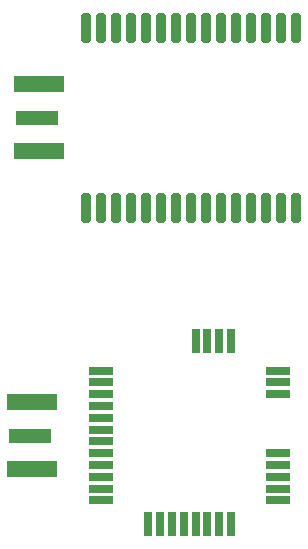
<source format=gbr>
%TF.GenerationSoftware,KiCad,Pcbnew,8.0.2*%
%TF.CreationDate,2025-09-09T09:28:48+02:00*%
%TF.ProjectId,e77,6537372e-6b69-4636-9164-5f7063625858,rev?*%
%TF.SameCoordinates,Original*%
%TF.FileFunction,Paste,Bot*%
%TF.FilePolarity,Positive*%
%FSLAX46Y46*%
G04 Gerber Fmt 4.6, Leading zero omitted, Abs format (unit mm)*
G04 Created by KiCad (PCBNEW 8.0.2) date 2025-09-09 09:28:48*
%MOMM*%
%LPD*%
G01*
G04 APERTURE LIST*
G04 Aperture macros list*
%AMRoundRect*
0 Rectangle with rounded corners*
0 $1 Rounding radius*
0 $2 $3 $4 $5 $6 $7 $8 $9 X,Y pos of 4 corners*
0 Add a 4 corners polygon primitive as box body*
4,1,4,$2,$3,$4,$5,$6,$7,$8,$9,$2,$3,0*
0 Add four circle primitives for the rounded corners*
1,1,$1+$1,$2,$3*
1,1,$1+$1,$4,$5*
1,1,$1+$1,$6,$7*
1,1,$1+$1,$8,$9*
0 Add four rect primitives between the rounded corners*
20,1,$1+$1,$2,$3,$4,$5,0*
20,1,$1+$1,$4,$5,$6,$7,0*
20,1,$1+$1,$6,$7,$8,$9,0*
20,1,$1+$1,$8,$9,$2,$3,0*%
G04 Aperture macros list end*
%ADD10R,2.000000X0.700000*%
%ADD11R,0.700000X2.000000*%
%ADD12R,3.600000X1.270000*%
%ADD13R,4.200000X1.350000*%
%ADD14RoundRect,0.200000X0.200000X-1.050000X0.200000X1.050000X-0.200000X1.050000X-0.200000X-1.050000X0*%
G04 APERTURE END LIST*
D10*
%TO.C,U4*%
X114500000Y-111000000D03*
X114500000Y-110000000D03*
X114500000Y-109000000D03*
X114500000Y-108000000D03*
X114500000Y-107000000D03*
X114500000Y-106000000D03*
X114500000Y-105000000D03*
X114500000Y-104000000D03*
X114500000Y-103000000D03*
X114500000Y-102000000D03*
X114500000Y-101000000D03*
X114500000Y-100000000D03*
D11*
X122500000Y-97500000D03*
X123500000Y-97500000D03*
X124500000Y-97500000D03*
X125500000Y-97500000D03*
D10*
X129500000Y-100000000D03*
X129500000Y-101000000D03*
X129500000Y-102000000D03*
X129500000Y-107000000D03*
X129500000Y-108000000D03*
X129500000Y-109000000D03*
X129500000Y-110000000D03*
X129500000Y-111000000D03*
D11*
X125500000Y-113000000D03*
X124500000Y-113000000D03*
X123500000Y-113000000D03*
X122500000Y-113000000D03*
X121500000Y-113000000D03*
X120500000Y-113000000D03*
X119500000Y-113000000D03*
X118500000Y-113000000D03*
%TD*%
D12*
%TO.C,AE2*%
X108462500Y-105500000D03*
D13*
X108662500Y-108325000D03*
X108662500Y-102675000D03*
%TD*%
D12*
%TO.C,AE1*%
X109073600Y-78597000D03*
D13*
X109273600Y-81422000D03*
X109273600Y-75772000D03*
%TD*%
D14*
%TO.C,U3*%
X131001600Y-86226600D03*
X129731600Y-86226600D03*
X128461600Y-86226600D03*
X127191600Y-86226600D03*
X125921600Y-86226600D03*
X124651600Y-86226600D03*
X123381600Y-86226600D03*
X122111600Y-86226600D03*
X120841600Y-86226600D03*
X119571600Y-86226600D03*
X118301600Y-86226600D03*
X117031600Y-86226600D03*
X115761600Y-86226600D03*
X114491600Y-86226600D03*
X113221600Y-86226600D03*
X113221600Y-70986600D03*
X114491600Y-70986600D03*
X115761600Y-70986600D03*
X117031600Y-70986600D03*
X118301600Y-70986600D03*
X119571600Y-70986600D03*
X120841600Y-70986600D03*
X122111600Y-70986600D03*
X123381600Y-70986600D03*
X124651600Y-70986600D03*
X125921600Y-70986600D03*
X127191600Y-70986600D03*
X128461600Y-70986600D03*
X129731600Y-70986600D03*
X131001600Y-70986600D03*
%TD*%
M02*

</source>
